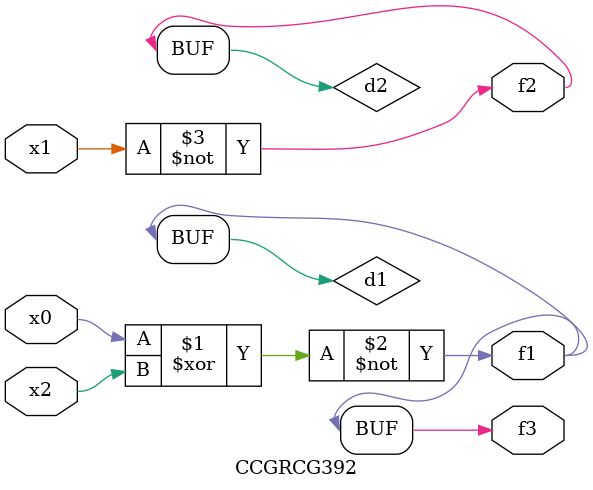
<source format=v>
module CCGRCG392(
	input x0, x1, x2,
	output f1, f2, f3
);

	wire d1, d2, d3;

	xnor (d1, x0, x2);
	nand (d2, x1);
	nor (d3, x1, x2);
	assign f1 = d1;
	assign f2 = d2;
	assign f3 = d1;
endmodule

</source>
